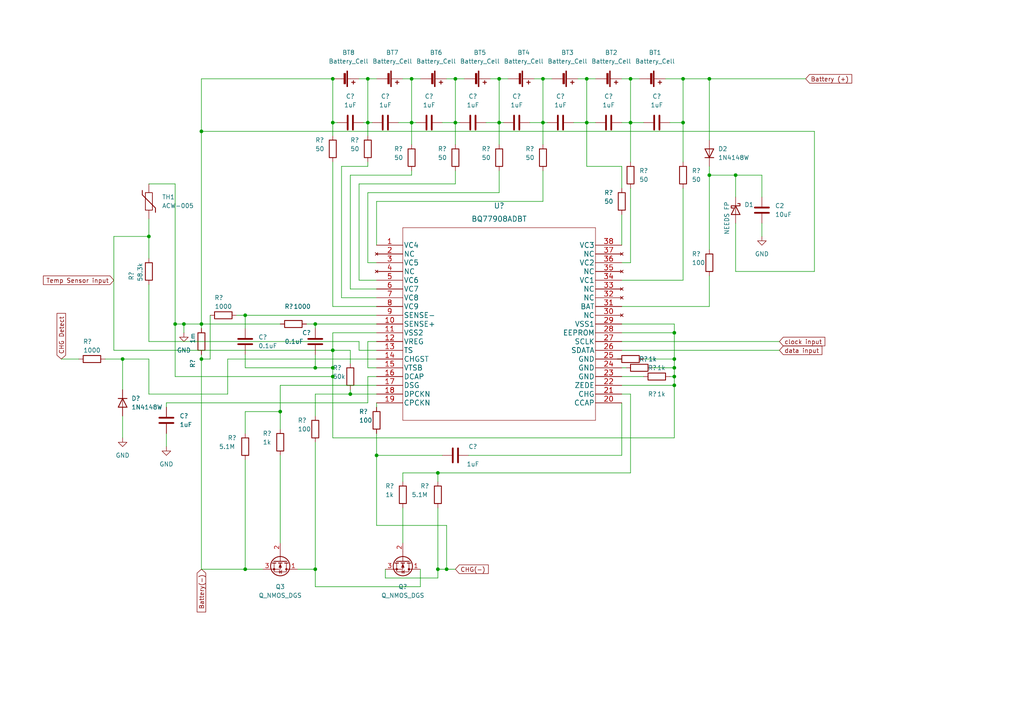
<source format=kicad_sch>
(kicad_sch (version 20211123) (generator eeschema)
  (paper "A4")
  (lib_symbols
    (symbol "Custom Symbols:BQ77908ADBT" (pin_names (offset 0.254))
      (property "Reference" "U" (at 10.16 7.62 0))
      (property "Value" "BQ77908ADBT" (at 55.88 -53.34 0))
      (symbol "BQ77908ADBT_1_1"
        (polyline (pts (xy 7.62 -50.8) (xy 63.5 -50.8)) (stroke (width 0.127)))
        (polyline (pts (xy 7.62 5.08) (xy 7.62 -50.8)) (stroke (width 0.127)))
        (polyline (pts (xy 63.5 -50.8) (xy 63.5 5.08)) (stroke (width 0.127)))
        (polyline (pts (xy 63.5 5.08) (xy 7.62 5.08)) (stroke (width 0.127)))
        (pin input line (at 0 0 0) (length 7.62) (name "VC4") (number "1"))
        (pin input line (at 0 -22.86 0) (length 7.62) (name "SENSE+") (number "10"))
        (pin power_in line (at 0 -25.4 0) (length 7.62) (name "VSS2") (number "11"))
        (pin output line (at 0 -27.94 0) (length 7.62) (name "VREG") (number "12"))
        (pin input line (at 0 -30.48 0) (length 7.62) (name "TS") (number "13"))
        (pin input line (at 0 -33.02 0) (length 7.62) (name "CHGST") (number "14"))
        (pin power_in line (at 0 -35.56 0) (length 7.62) (name "VTSB") (number "15"))
        (pin unspecified line (at 0 -38.1 0) (length 7.62) (name "DCAP") (number "16"))
        (pin unspecified line (at 0 -40.64 0) (length 7.62) (name "DSG") (number "17"))
        (pin unspecified line (at 0 -43.18 0) (length 7.62) (name "DPCKN") (number "18"))
        (pin unspecified line (at 0 -45.72 0) (length 7.62) (name "CPCKN") (number "19"))
        (pin no_connect line (at 0 -2.54 0) (length 7.62) (name "NC") (number "2"))
        (pin unspecified line (at 71.12 -45.72 180) (length 7.62) (name "CCAP") (number "20"))
        (pin unspecified line (at 71.12 -43.18 180) (length 7.62) (name "CHG") (number "21"))
        (pin unspecified line (at 71.12 -40.64 180) (length 7.62) (name "ZEDE") (number "22"))
        (pin power_in line (at 71.12 -38.1 180) (length 7.62) (name "GND") (number "23"))
        (pin power_in line (at 71.12 -35.56 180) (length 7.62) (name "GND") (number "24"))
        (pin power_in line (at 71.12 -33.02 180) (length 7.62) (name "GND") (number "25"))
        (pin bidirectional line (at 71.12 -30.48 180) (length 7.62) (name "SDATA") (number "26"))
        (pin input line (at 71.12 -27.94 180) (length 7.62) (name "SCLK") (number "27"))
        (pin input line (at 71.12 -25.4 180) (length 7.62) (name "EEPROM") (number "28"))
        (pin power_in line (at 71.12 -22.86 180) (length 7.62) (name "VSS1") (number "29"))
        (pin input line (at 0 -5.08 0) (length 7.62) (name "VC5") (number "3"))
        (pin no_connect line (at 71.12 -20.32 180) (length 7.62) (name "NC") (number "30"))
        (pin power_in line (at 71.12 -17.78 180) (length 7.62) (name "BAT") (number "31"))
        (pin no_connect line (at 71.12 -15.24 180) (length 7.62) (name "NC") (number "32"))
        (pin no_connect line (at 71.12 -12.7 180) (length 7.62) (name "NC") (number "33"))
        (pin input line (at 71.12 -10.16 180) (length 7.62) (name "VC1") (number "34"))
        (pin no_connect line (at 71.12 -7.62 180) (length 7.62) (name "NC") (number "35"))
        (pin input line (at 71.12 -5.08 180) (length 7.62) (name "VC2") (number "36"))
        (pin no_connect line (at 71.12 -2.54 180) (length 7.62) (name "NC") (number "37"))
        (pin input line (at 71.12 0 180) (length 7.62) (name "VC3") (number "38"))
        (pin no_connect line (at 0 -7.62 0) (length 7.62) (name "NC") (number "4"))
        (pin input line (at 0 -10.16 0) (length 7.62) (name "VC6") (number "5"))
        (pin input line (at 0 -12.7 0) (length 7.62) (name "VC7") (number "6"))
        (pin input line (at 0 -15.24 0) (length 7.62) (name "VC8") (number "7"))
        (pin input line (at 0 -17.78 0) (length 7.62) (name "VC9") (number "8"))
        (pin input line (at 0 -20.32 0) (length 7.62) (name "SENSE-") (number "9"))
      )
    )
    (symbol "Device:Battery_Cell" (pin_numbers hide) (pin_names (offset 0) hide)
      (property "Reference" "BT" (at 2.54 2.54 0))
      (property "Value" "Battery_Cell" (at 2.54 0 0))
      (symbol "Battery_Cell_0_1"
        (rectangle (start -2.286 1.778) (end 2.286 1.524) (fill (type outline)))
        (rectangle (start -1.5748 1.1938) (end 1.4732 0.6858) (fill (type outline)))
        (polyline (pts (xy 0 0.762) (xy 0 0)))
        (polyline (pts (xy 0 1.778) (xy 0 2.54)))
        (polyline (pts (xy 0.508 3.429) (xy 1.524 3.429)) (stroke (width 0.254)))
        (polyline (pts (xy 1.016 3.937) (xy 1.016 2.921)) (stroke (width 0.254)))
      )
      (symbol "Battery_Cell_1_1"
        (pin passive line (at 0 5.08 270) (length 2.54) (name "+") (number "1"))
        (pin passive line (at 0 -2.54 90) (length 2.54) (name "-") (number "2"))
      )
    )
    (symbol "Device:C" (pin_numbers hide) (pin_names (offset 0.254))
      (property "Reference" "C" (at 0.635 2.54 0))
      (property "Value" "C" (at 0.635 -2.54 0))
      (symbol "C_0_1"
        (polyline (pts (xy -2.032 -0.762) (xy 2.032 -0.762)) (stroke (width 0.508)))
        (polyline (pts (xy -2.032 0.762) (xy 2.032 0.762)) (stroke (width 0.508)))
      )
      (symbol "C_1_1"
        (pin passive line (at 0 3.81 270) (length 2.794) (name "~") (number "1"))
        (pin passive line (at 0 -3.81 90) (length 2.794) (name "~") (number "2"))
      )
    )
    (symbol "Device:Q_NMOS_DGS" (pin_names (offset 0) hide)
      (property "Reference" "Q" (at 5.08 1.27 0))
      (property "Value" "Q_NMOS_DGS" (at 5.08 -1.27 0))
      (symbol "Q_NMOS_DGS_0_1"
        (polyline (pts (xy 0.254 0) (xy -2.54 0)))
        (polyline (pts (xy 0.254 1.905) (xy 0.254 -1.905)) (stroke (width 0.254)))
        (polyline (pts (xy 0.762 -1.27) (xy 0.762 -2.286)) (stroke (width 0.254)))
        (polyline (pts (xy 0.762 0.508) (xy 0.762 -0.508)) (stroke (width 0.254)))
        (polyline (pts (xy 0.762 2.286) (xy 0.762 1.27)) (stroke (width 0.254)))
        (polyline (pts (xy 2.54 2.54) (xy 2.54 1.778)))
        (polyline (pts (xy 2.54 -2.54) (xy 2.54 0) (xy 0.762 0)))
        (polyline (pts (xy 0.762 -1.778) (xy 3.302 -1.778) (xy 3.302 1.778) (xy 0.762 1.778)))
        (polyline (pts (xy 1.016 0) (xy 2.032 0.381) (xy 2.032 -0.381) (xy 1.016 0)) (fill (type outline)))
        (polyline (pts (xy 2.794 0.508) (xy 2.921 0.381) (xy 3.683 0.381) (xy 3.81 0.254)))
        (polyline (pts (xy 3.302 0.381) (xy 2.921 -0.254) (xy 3.683 -0.254) (xy 3.302 0.381)))
        (circle (center 1.651 0) (radius 2.794) (stroke (width 0.254)))
        (circle (center 2.54 -1.778) (radius 0.254) (fill (type outline)))
        (circle (center 2.54 1.778) (radius 0.254) (fill (type outline)))
      )
      (symbol "Q_NMOS_DGS_1_1"
        (pin passive line (at 2.54 5.08 270) (length 2.54) (name "D") (number "1"))
        (pin input line (at -5.08 0 0) (length 2.54) (name "G") (number "2"))
        (pin passive line (at 2.54 -5.08 90) (length 2.54) (name "S") (number "3"))
      )
    )
    (symbol "Device:R" (pin_numbers hide) (pin_names (offset 0))
      (property "Reference" "R" (at 2.032 0 90))
      (property "Value" "R" (at 0 0 90))
      (symbol "R_0_1"
        (rectangle (start -1.016 -2.54) (end 1.016 2.54) (stroke (width 0.254)))
      )
      (symbol "R_1_1"
        (pin passive line (at 0 3.81 270) (length 1.27) (name "~") (number "1"))
        (pin passive line (at 0 -3.81 90) (length 1.27) (name "~") (number "2"))
      )
    )
    (symbol "Device:Thermistor" (pin_numbers hide) (pin_names (offset 0))
      (property "Reference" "TH" (at 2.54 1.27 90))
      (property "Value" "Thermistor" (at -2.54 0 90))
      (symbol "Thermistor_0_1"
        (rectangle (start -1.016 2.54) (end 1.016 -2.54) (stroke (width 0.2032)))
        (polyline (pts (xy -1.905 3.175) (xy -1.905 1.905) (xy 1.905 -1.905) (xy 1.905 -3.175) (xy 1.905 -3.175)) (stroke (width 0.254)))
      )
      (symbol "Thermistor_1_1"
        (pin passive line (at 0 5.08 270) (length 2.54) (name "~") (number "1"))
        (pin passive line (at 0 -5.08 90) (length 2.54) (name "~") (number "2"))
      )
    )
    (symbol "Diode:1N4148W" (pin_numbers hide) (pin_names hide)
      (property "Reference" "D" (at 0 2.54 0))
      (property "Value" "1N4148W" (at 0 -2.54 0))
      (symbol "1N4148W_0_1"
        (polyline (pts (xy -1.27 1.27) (xy -1.27 -1.27)) (stroke (width 0.254)))
        (polyline (pts (xy 1.27 0) (xy -1.27 0)))
        (polyline (pts (xy 1.27 1.27) (xy 1.27 -1.27) (xy -1.27 0) (xy 1.27 1.27)) (stroke (width 0.254)))
      )
      (symbol "1N4148W_1_1"
        (pin passive line (at -3.81 0 0) (length 2.54) (name "K") (number "1"))
        (pin passive line (at 3.81 0 180) (length 2.54) (name "A") (number "2"))
      )
    )
    (symbol "Diode:1N5711" (pin_numbers hide) (pin_names (offset 1.016) hide)
      (property "Reference" "D" (at 0 2.54 0))
      (property "Value" "1N5711" (at 0 -2.54 0))
      (symbol "1N5711_0_1"
        (polyline (pts (xy 1.27 0) (xy -1.27 0)))
        (polyline (pts (xy 1.27 1.27) (xy 1.27 -1.27) (xy -1.27 0) (xy 1.27 1.27)) (stroke (width 0.254)))
        (polyline (pts (xy -1.905 0.635) (xy -1.905 1.27) (xy -1.27 1.27) (xy -1.27 -1.27) (xy -0.635 -1.27) (xy -0.635 -0.635)) (stroke (width 0.254)))
      )
      (symbol "1N5711_1_1"
        (pin passive line (at -3.81 0 0) (length 2.54) (name "K") (number "1"))
        (pin passive line (at 3.81 0 180) (length 2.54) (name "A") (number "2"))
      )
    )
    (symbol "power:GND" (power) (pin_names (offset 0))
      (property "Value" "GND" (at 0 -3.81 0))
      (symbol "GND_0_1"
        (polyline (pts (xy 0 0) (xy 0 -1.27) (xy 1.27 -1.27) (xy 0 -2.54) (xy -1.27 -1.27) (xy 0 -1.27)))
      )
      (symbol "GND_1_1"
        (pin power_in line (at 0 0 270) (length 0) hide (name "GND") (number "1"))
      )
    )
  )
  (junction (at 96.52 106.68))
  (junction (at 129.54 165.1))
  (junction (at 198.12 22.86))
  (junction (at 106.68 22.86))
  (junction (at 109.22 132.08))
  (junction (at 81.28 119.38))
  (junction (at 144.78 22.86))
  (junction (at 127 165.1))
  (junction (at 195.58 96.52))
  (junction (at 96.52 22.86))
  (junction (at 71.12 165.1))
  (junction (at 195.58 104.14))
  (junction (at 213.36 50.8))
  (junction (at 119.38 22.86))
  (junction (at 132.08 22.86))
  (junction (at 106.68 35.56))
  (junction (at 53.34 93.98))
  (junction (at 91.44 106.68))
  (junction (at 132.08 35.56))
  (junction (at 91.44 165.1))
  (junction (at 195.58 109.22))
  (junction (at 101.6 114.3))
  (junction (at 96.52 101.6))
  (junction (at 157.48 22.86))
  (junction (at 170.18 35.56))
  (junction (at 58.42 104.14))
  (junction (at 205.74 22.86))
  (junction (at 182.88 22.86))
  (junction (at 195.58 106.68))
  (junction (at 127 137.16))
  (junction (at 198.12 35.56))
  (junction (at 96.52 35.56))
  (junction (at 195.58 111.76))
  (junction (at 58.42 38.1))
  (junction (at 182.88 35.56))
  (junction (at 43.18 68.58))
  (junction (at 58.42 93.98))
  (junction (at 35.56 104.14))
  (junction (at 91.44 93.98))
  (junction (at 71.12 91.44))
  (junction (at 50.8 93.98))
  (junction (at 119.38 35.56))
  (junction (at 205.74 50.8))
  (junction (at 170.18 22.86))
  (junction (at 157.48 35.56))
  (junction (at 96.52 109.22))
  (junction (at 144.78 35.56))
  (wire (pts (xy 182.88 35.56) (xy 186.69 35.56)))
  (wire (pts (xy 71.12 91.44) (xy 71.12 95.25)))
  (wire (pts (xy 121.92 165.1) (xy 121.92 170.18)))
  (wire (pts (xy 71.12 119.38) (xy 71.12 125.73)))
  (wire (pts (xy 53.34 93.98) (xy 50.8 93.98)))
  (wire (pts (xy 99.06 86.36) (xy 99.06 48.26)))
  (wire (pts (xy 43.18 53.34) (xy 50.8 53.34)))
  (wire (pts (xy 91.44 114.3) (xy 91.44 120.65)))
  (wire (pts (xy 71.12 102.87) (xy 71.12 106.68)))
  (wire (pts (xy 101.6 113.03) (xy 101.6 114.3)))
  (wire (pts (xy 106.68 109.22) (xy 106.68 116.84)))
  (wire (pts (xy 170.18 35.56) (xy 170.18 22.86)))
  (wire (pts (xy 96.52 101.6) (xy 96.52 106.68)))
  (wire (pts (xy 180.34 71.12) (xy 180.34 62.23)))
  (wire (pts (xy 106.68 39.37) (xy 106.68 35.56)))
  (wire (pts (xy 109.22 132.08) (xy 109.22 152.4)))
  (wire (pts (xy 106.68 76.2) (xy 106.68 55.88)))
  (wire (pts (xy 43.18 82.55) (xy 43.18 99.06)))
  (wire (pts (xy 127 137.16) (xy 127 139.7)))
  (wire (pts (xy 182.88 35.56) (xy 182.88 22.86)))
  (wire (pts (xy 109.22 71.12) (xy 109.22 58.42)))
  (wire (pts (xy 213.36 78.74) (xy 236.22 78.74)))
  (wire (pts (xy 180.34 35.56) (xy 182.88 35.56)))
  (wire (pts (xy 198.12 81.28) (xy 180.34 81.28)))
  (wire (pts (xy 17.78 104.14) (xy 22.86 104.14)))
  (wire (pts (xy 106.68 48.26) (xy 106.68 46.99)))
  (wire (pts (xy 109.22 96.52) (xy 96.52 96.52)))
  (wire (pts (xy 105.41 35.56) (xy 106.68 35.56)))
  (wire (pts (xy 96.52 35.56) (xy 97.79 35.56)))
  (wire (pts (xy 144.78 55.88) (xy 144.78 49.53)))
  (wire (pts (xy 180.34 116.84) (xy 180.34 132.08)))
  (wire (pts (xy 195.58 111.76) (xy 195.58 109.22)))
  (wire (pts (xy 127 137.16) (xy 116.84 137.16)))
  (wire (pts (xy 109.22 99.06) (xy 106.68 99.06)))
  (wire (pts (xy 194.31 35.56) (xy 198.12 35.56)))
  (wire (pts (xy 166.37 35.56) (xy 170.18 35.56)))
  (wire (pts (xy 195.58 109.22) (xy 195.58 106.68)))
  (wire (pts (xy 157.48 58.42) (xy 157.48 49.53)))
  (wire (pts (xy 33.02 68.58) (xy 33.02 101.6)))
  (wire (pts (xy 106.68 55.88) (xy 144.78 55.88)))
  (wire (pts (xy 205.74 22.86) (xy 205.74 40.64)))
  (wire (pts (xy 135.89 132.08) (xy 180.34 132.08)))
  (wire (pts (xy 180.34 93.98) (xy 195.58 93.98)))
  (wire (pts (xy 128.27 35.56) (xy 132.08 35.56)))
  (wire (pts (xy 81.28 119.38) (xy 71.12 119.38)))
  (wire (pts (xy 236.22 78.74) (xy 236.22 38.1)))
  (wire (pts (xy 48.26 116.84) (xy 48.26 118.11)))
  (wire (pts (xy 144.78 35.56) (xy 146.05 35.56)))
  (wire (pts (xy 157.48 22.86) (xy 160.02 22.86)))
  (wire (pts (xy 127 167.64) (xy 127 165.1)))
  (wire (pts (xy 58.42 165.1) (xy 71.12 165.1)))
  (wire (pts (xy 182.88 22.86) (xy 185.42 22.86)))
  (wire (pts (xy 58.42 93.98) (xy 58.42 95.25)))
  (wire (pts (xy 104.14 22.86) (xy 106.68 22.86)))
  (wire (pts (xy 106.68 106.68) (xy 109.22 106.68)))
  (wire (pts (xy 71.12 91.44) (xy 109.22 91.44)))
  (wire (pts (xy 96.52 88.9) (xy 96.52 46.99)))
  (wire (pts (xy 58.42 102.87) (xy 58.42 104.14)))
  (wire (pts (xy 195.58 93.98) (xy 195.58 96.52)))
  (wire (pts (xy 132.08 22.86) (xy 134.62 22.86)))
  (wire (pts (xy 86.36 165.1) (xy 91.44 165.1)))
  (wire (pts (xy 50.8 53.34) (xy 50.8 93.98)))
  (wire (pts (xy 180.34 99.06) (xy 226.06 99.06)))
  (wire (pts (xy 144.78 35.56) (xy 144.78 22.86)))
  (wire (pts (xy 104.14 99.06) (xy 43.18 99.06)))
  (wire (pts (xy 132.08 53.34) (xy 132.08 49.53)))
  (wire (pts (xy 58.42 104.14) (xy 58.42 165.1)))
  (wire (pts (xy 96.52 106.68) (xy 91.44 106.68)))
  (wire (pts (xy 30.48 104.14) (xy 35.56 104.14)))
  (wire (pts (xy 58.42 22.86) (xy 58.42 38.1)))
  (wire (pts (xy 170.18 22.86) (xy 172.72 22.86)))
  (wire (pts (xy 182.88 114.3) (xy 182.88 137.16)))
  (wire (pts (xy 158.75 35.56) (xy 157.48 35.56)))
  (wire (pts (xy 116.84 22.86) (xy 119.38 22.86)))
  (wire (pts (xy 129.54 165.1) (xy 132.08 165.1)))
  (wire (pts (xy 101.6 101.6) (xy 101.6 105.41)))
  (wire (pts (xy 236.22 38.1) (xy 58.42 38.1)))
  (wire (pts (xy 96.52 35.56) (xy 96.52 22.86)))
  (wire (pts (xy 101.6 83.82) (xy 101.6 50.8)))
  (wire (pts (xy 180.34 48.26) (xy 170.18 48.26)))
  (wire (pts (xy 106.68 22.86) (xy 109.22 22.86)))
  (wire (pts (xy 96.52 96.52) (xy 96.52 101.6)))
  (wire (pts (xy 180.34 54.61) (xy 180.34 48.26)))
  (wire (pts (xy 132.08 35.56) (xy 132.08 22.86)))
  (wire (pts (xy 109.22 152.4) (xy 129.54 152.4)))
  (wire (pts (xy 109.22 111.76) (xy 81.28 111.76)))
  (wire (pts (xy 182.88 76.2) (xy 182.88 54.61)))
  (wire (pts (xy 35.56 104.14) (xy 35.56 113.03)))
  (wire (pts (xy 198.12 54.61) (xy 198.12 81.28)))
  (wire (pts (xy 198.12 22.86) (xy 198.12 35.56)))
  (wire (pts (xy 129.54 152.4) (xy 129.54 165.1)))
  (wire (pts (xy 109.22 76.2) (xy 106.68 76.2)))
  (wire (pts (xy 111.76 165.1) (xy 111.76 167.64)))
  (wire (pts (xy 96.52 101.6) (xy 33.02 101.6)))
  (wire (pts (xy 48.26 125.73) (xy 48.26 129.54)))
  (wire (pts (xy 180.34 76.2) (xy 182.88 76.2)))
  (wire (pts (xy 109.22 83.82) (xy 101.6 83.82)))
  (wire (pts (xy 189.23 106.68) (xy 195.58 106.68)))
  (wire (pts (xy 99.06 48.26) (xy 106.68 48.26)))
  (wire (pts (xy 50.8 109.22) (xy 96.52 109.22)))
  (wire (pts (xy 180.34 109.22) (xy 186.69 109.22)))
  (wire (pts (xy 213.36 50.8) (xy 220.98 50.8)))
  (wire (pts (xy 60.96 91.44) (xy 60.96 104.14)))
  (wire (pts (xy 58.42 104.14) (xy 60.96 104.14)))
  (wire (pts (xy 213.36 64.77) (xy 213.36 78.74)))
  (wire (pts (xy 205.74 22.86) (xy 233.68 22.86)))
  (wire (pts (xy 195.58 127) (xy 195.58 111.76)))
  (wire (pts (xy 220.98 50.8) (xy 220.98 57.15)))
  (wire (pts (xy 186.69 104.14) (xy 195.58 104.14)))
  (wire (pts (xy 109.22 86.36) (xy 99.06 86.36)))
  (wire (pts (xy 111.76 167.64) (xy 127 167.64)))
  (wire (pts (xy 50.8 93.98) (xy 50.8 109.22)))
  (wire (pts (xy 66.04 114.3) (xy 43.18 114.3)))
  (wire (pts (xy 81.28 119.38) (xy 81.28 124.46)))
  (wire (pts (xy 88.9 93.98) (xy 91.44 93.98)))
  (wire (pts (xy 205.74 50.8) (xy 205.74 72.39)))
  (wire (pts (xy 205.74 50.8) (xy 213.36 50.8)))
  (wire (pts (xy 101.6 114.3) (xy 109.22 114.3)))
  (wire (pts (xy 180.34 104.14) (xy 179.07 104.14)))
  (wire (pts (xy 96.52 127) (xy 195.58 127)))
  (wire (pts (xy 109.22 81.28) (xy 104.14 81.28)))
  (wire (pts (xy 127 165.1) (xy 129.54 165.1)))
  (wire (pts (xy 109.22 88.9) (xy 96.52 88.9)))
  (wire (pts (xy 213.36 50.8) (xy 213.36 57.15)))
  (wire (pts (xy 104.14 101.6) (xy 104.14 99.06)))
  (wire (pts (xy 81.28 111.76) (xy 81.28 119.38)))
  (wire (pts (xy 194.31 109.22) (xy 195.58 109.22)))
  (wire (pts (xy 91.44 106.68) (xy 71.12 106.68)))
  (wire (pts (xy 157.48 35.56) (xy 157.48 22.86)))
  (wire (pts (xy 198.12 22.86) (xy 193.04 22.86)))
  (wire (pts (xy 96.52 106.68) (xy 96.52 109.22)))
  (wire (pts (xy 101.6 50.8) (xy 119.38 50.8)))
  (wire (pts (xy 205.74 48.26) (xy 205.74 50.8)))
  (wire (pts (xy 91.44 165.1) (xy 91.44 170.18)))
  (wire (pts (xy 195.58 96.52) (xy 195.58 104.14)))
  (wire (pts (xy 43.18 104.14) (xy 35.56 104.14)))
  (wire (pts (xy 109.22 101.6) (xy 104.14 101.6)))
  (wire (pts (xy 106.68 116.84) (xy 48.26 116.84)))
  (wire (pts (xy 81.28 132.08) (xy 81.28 157.48)))
  (wire (pts (xy 127 147.32) (xy 127 165.1)))
  (wire (pts (xy 198.12 35.56) (xy 198.12 46.99)))
  (wire (pts (xy 58.42 93.98) (xy 81.28 93.98)))
  (wire (pts (xy 91.44 93.98) (xy 109.22 93.98)))
  (wire (pts (xy 96.52 109.22) (xy 96.52 127)))
  (wire (pts (xy 180.34 101.6) (xy 226.06 101.6)))
  (wire (pts (xy 205.74 80.01) (xy 205.74 88.9)))
  (wire (pts (xy 58.42 93.98) (xy 53.34 93.98)))
  (wire (pts (xy 153.67 35.56) (xy 157.48 35.56)))
  (wire (pts (xy 180.34 96.52) (xy 195.58 96.52)))
  (wire (pts (xy 43.18 63.5) (xy 43.18 68.58)))
  (wire (pts (xy 119.38 35.56) (xy 119.38 41.91)))
  (wire (pts (xy 182.88 137.16) (xy 127 137.16)))
  (wire (pts (xy 116.84 147.32) (xy 116.84 157.48)))
  (wire (pts (xy 167.64 22.86) (xy 170.18 22.86)))
  (wire (pts (xy 119.38 22.86) (xy 121.92 22.86)))
  (wire (pts (xy 119.38 49.53) (xy 119.38 50.8)))
  (wire (pts (xy 142.24 22.86) (xy 144.78 22.86)))
  (wire (pts (xy 91.44 95.25) (xy 91.44 93.98)))
  (wire (pts (xy 170.18 48.26) (xy 170.18 35.56)))
  (wire (pts (xy 195.58 104.14) (xy 195.58 106.68)))
  (wire (pts (xy 205.74 22.86) (xy 198.12 22.86)))
  (wire (pts (xy 170.18 35.56) (xy 172.72 35.56)))
  (wire (pts (xy 119.38 22.86) (xy 119.38 35.56)))
  (wire (pts (xy 119.38 35.56) (xy 120.65 35.56)))
  (wire (pts (xy 109.22 58.42) (xy 157.48 58.42)))
  (wire (pts (xy 43.18 114.3) (xy 43.18 104.14)))
  (wire (pts (xy 96.52 101.6) (xy 101.6 101.6)))
  (wire (pts (xy 104.14 53.34) (xy 132.08 53.34)))
  (wire (pts (xy 180.34 111.76) (xy 195.58 111.76)))
  (wire (pts (xy 109.22 116.84) (xy 109.22 118.11)))
  (wire (pts (xy 144.78 22.86) (xy 147.32 22.86)))
  (wire (pts (xy 109.22 125.73) (xy 109.22 132.08)))
  (wire (pts (xy 68.58 91.44) (xy 71.12 91.44)))
  (wire (pts (xy 220.98 64.77) (xy 220.98 68.58)))
  (wire (pts (xy 106.68 35.56) (xy 107.95 35.56)))
  (wire (pts (xy 182.88 46.99) (xy 182.88 35.56)))
  (wire (pts (xy 115.57 35.56) (xy 119.38 35.56)))
  (wire (pts (xy 180.34 106.68) (xy 181.61 106.68)))
  (wire (pts (xy 132.08 35.56) (xy 133.35 35.56)))
  (wire (pts (xy 157.48 41.91) (xy 157.48 35.56)))
  (wire (pts (xy 180.34 88.9) (xy 205.74 88.9)))
  (wire (pts (xy 96.52 39.37) (xy 96.52 35.56)))
  (wire (pts (xy 109.22 109.22) (xy 106.68 109.22)))
  (wire (pts (xy 121.92 170.18) (xy 91.44 170.18)))
  (wire (pts (xy 58.42 38.1) (xy 58.42 93.98)))
  (wire (pts (xy 66.04 104.14) (xy 66.04 114.3)))
  (wire (pts (xy 154.94 22.86) (xy 157.48 22.86)))
  (wire (pts (xy 71.12 133.35) (xy 71.12 165.1)))
  (wire (pts (xy 109.22 132.08) (xy 128.27 132.08)))
  (wire (pts (xy 109.22 104.14) (xy 66.04 104.14)))
  (wire (pts (xy 58.42 22.86) (xy 96.52 22.86)))
  (wire (pts (xy 129.54 22.86) (xy 132.08 22.86)))
  (wire (pts (xy 140.97 35.56) (xy 144.78 35.56)))
  (wire (pts (xy 33.02 68.58) (xy 43.18 68.58)))
  (wire (pts (xy 132.08 41.91) (xy 132.08 35.56)))
  (wire (pts (xy 101.6 114.3) (xy 91.44 114.3)))
  (wire (pts (xy 104.14 81.28) (xy 104.14 53.34)))
  (wire (pts (xy 106.68 99.06) (xy 106.68 106.68)))
  (wire (pts (xy 71.12 165.1) (xy 76.2 165.1)))
  (wire (pts (xy 43.18 68.58) (xy 43.18 74.93)))
  (wire (pts (xy 180.34 22.86) (xy 182.88 22.86)))
  (wire (pts (xy 144.78 41.91) (xy 144.78 35.56)))
  (wire (pts (xy 180.34 114.3) (xy 182.88 114.3)))
  (wire (pts (xy 53.34 93.98) (xy 53.34 96.52)))
  (wire (pts (xy 35.56 120.65) (xy 35.56 127)))
  (wire (pts (xy 116.84 137.16) (xy 116.84 139.7)))
  (wire (pts (xy 106.68 35.56) (xy 106.68 22.86)))
  (wire (pts (xy 91.44 128.27) (xy 91.44 165.1)))
  (wire (pts (xy 91.44 102.87) (xy 91.44 106.68)))
  (global_label "Temp Sensor input" (shape input) (at 33.02 81.28 180) (property "Intersheet References" "${INTERSHEET_REFS}" (effects hide)))
  (global_label "data input" (shape input) (at 226.06 101.6 0) (property "Intersheet References" "${INTERSHEET_REFS}" (effects hide)))
  (global_label "clock input" (shape input) (at 226.06 99.06 0) (property "Intersheet References" "${INTERSHEET_REFS}" (effects hide)))
  (global_label "CHG Detect" (shape input) (at 17.78 104.14 90) (property "Intersheet References" "${INTERSHEET_REFS}" (effects hide)))
  (global_label "CHG(-)" (shape input) (at 132.08 165.1 0) (property "Intersheet References" "${INTERSHEET_REFS}" (effects hide)))
  (global_label "Battery(-)" (shape input) (at 58.42 165.1 270) (property "Intersheet References" "${INTERSHEET_REFS}" (effects hide)))
  (global_label "Battery (+)" (shape input) (at 233.68 22.86 0) (property "Intersheet References" "${INTERSHEET_REFS}" (effects hide)))
  (symbol (lib_id "Device:R") (at 101.6 109.22 0) (unit 1)
    (property "Reference" "R?" (at 96.52 106.68 0) (effects (justify left)))
    (property "Value" "50k" (at 96.52 109.22 0) (effects (justify left)))
  )
  (symbol (lib_id "Device:R") (at 116.84 143.51 0) (unit 1)
    (property "Reference" "R?" (at 111.76 140.97 0) (effects (justify left)))
    (property "Value" "1k" (at 111.76 143.51 0) (effects (justify left)))
  )
  (symbol (lib_id "Device:R") (at 205.74 76.2 0) (unit 1)
    (property "Reference" "R?" (at 200.66 73.66 0) (effects (justify left)))
    (property "Value" "100" (at 200.66 76.2 0) (effects (justify left)))
  )
  (symbol (lib_id "Device:C") (at 132.08 132.08 270) (unit 1)
    (property "Reference" "C?" (at 137.16 129.54 90))
    (property "Value" "1uF" (at 137.16 134.62 90))
  )
  (symbol (lib_id "Device:Battery_Cell") (at 137.16 22.86 270) (unit 1)
    (property "Reference" "BT5" (at 139.192 15.24 90))
    (property "Value" "Battery_Cell" (at 139.192 17.78 90))
  )
  (symbol (lib_id "Device:Battery_Cell") (at 149.86 22.86 270) (unit 1)
    (property "Reference" "BT4" (at 151.892 15.24 90))
    (property "Value" "Battery_Cell" (at 151.892 17.78 90))
  )
  (symbol (lib_id "power:GND") (at 220.98 68.58 0) (unit 1)
    (property "Reference" "#PWR?" (effects hide))
    (property "Value" "GND" (at 220.98 73.66 0))
  )
  (symbol (lib_id "Device:C") (at 149.86 35.56 90) (unit 1)
    (property "Reference" "C?" (at 149.86 27.94 90))
    (property "Value" "1uF" (at 149.86 30.48 90))
  )
  (symbol (lib_id "Device:Battery_Cell") (at 162.56 22.86 270) (unit 1)
    (property "Reference" "BT3" (at 164.592 15.24 90))
    (property "Value" "Battery_Cell" (at 164.592 17.78 90))
  )
  (symbol (lib_id "Device:R") (at 157.48 45.72 0) (unit 1)
    (property "Reference" "R?" (at 152.4 43.18 0) (effects (justify left)))
    (property "Value" "50" (at 152.4 45.72 0) (effects (justify left)))
  )
  (symbol (lib_id "Device:R") (at 106.68 43.18 0) (unit 1)
    (property "Reference" "R?" (at 101.6 40.64 0) (effects (justify left)))
    (property "Value" "50" (at 101.6 43.18 0) (effects (justify left)))
  )
  (symbol (lib_id "Device:Thermistor") (at 43.18 58.42 0) (unit 1)
    (property "Reference" "TH1" (at 46.99 57.1499 0) (effects (justify left)))
    (property "Value" "ACW-005" (at 46.99 59.6899 0) (effects (justify left)))
  )
  (symbol (lib_id "Device:R") (at 26.67 104.14 90) (unit 1)
    (property "Reference" "R?" (at 26.67 99.06 90) (effects (justify left)))
    (property "Value" "1000" (at 29.21 101.6 90) (effects (justify left)))
  )
  (symbol (lib_id "Device:R") (at 180.34 58.42 0) (unit 1)
    (property "Reference" "R?" (at 175.26 55.88 0) (effects (justify left)))
    (property "Value" "50" (at 175.26 58.42 0) (effects (justify left)))
  )
  (symbol (lib_id "Device:Battery_Cell") (at 111.76 22.86 270) (unit 1)
    (property "Reference" "BT7" (at 113.792 15.24 90))
    (property "Value" "Battery_Cell" (at 113.792 17.78 90))
  )
  (symbol (lib_id "Device:R") (at 64.77 91.44 90) (unit 1)
    (property "Reference" "R?" (at 64.77 86.36 90) (effects (justify left)))
    (property "Value" "1000" (at 67.31 88.9 90) (effects (justify left)))
  )
  (symbol (lib_id "power:GND") (at 35.56 127 0) (unit 1)
    (property "Reference" "#PWR?" (effects hide))
    (property "Value" "GND" (at 35.56 132.08 0))
  )
  (symbol (lib_id "Diode:1N4148W") (at 35.56 116.84 270) (unit 1)
    (property "Reference" "D?" (at 38.1 115.5699 90) (effects (justify left)))
    (property "Value" "1N4148W" (at 38.1 118.1099 90) (effects (justify left)))
    (property "Footprint" "Diode_SMD:D_SOD-123" (effects hide))
    (property "Datasheet" "https://www.vishay.com/docs/85748/1n4148w.pdf" (effects hide))
  )
  (symbol (lib_id "Device:C") (at 162.56 35.56 90) (unit 1)
    (property "Reference" "C?" (at 162.56 27.94 90))
    (property "Value" "1uF" (at 162.56 30.48 90))
  )
  (symbol (lib_id "power:GND") (at 53.34 96.52 0) (unit 1)
    (property "Reference" "#PWR?" (effects hide))
    (property "Value" "GND" (at 53.34 101.6 0))
  )
  (symbol (lib_id "Device:Battery_Cell") (at 175.26 22.86 270) (unit 1)
    (property "Reference" "BT2" (at 177.292 15.24 90))
    (property "Value" "Battery_Cell" (at 177.292 17.78 90))
  )
  (symbol (lib_id "Device:R") (at 144.78 45.72 0) (unit 1)
    (property "Reference" "R?" (at 139.7 43.18 0) (effects (justify left)))
    (property "Value" "50" (at 139.7 45.72 0) (effects (justify left)))
  )
  (symbol (lib_id "Device:Battery_Cell") (at 99.06 22.86 270) (unit 1)
    (property "Reference" "BT8" (at 101.092 15.24 90))
    (property "Value" "Battery_Cell" (at 101.092 17.78 90))
  )
  (symbol (lib_id "Device:R") (at 132.08 45.72 0) (unit 1)
    (property "Reference" "R?" (at 127 43.18 0) (effects (justify left)))
    (property "Value" "50" (at 127 45.72 0) (effects (justify left)))
  )
  (symbol (lib_id "power:GND") (at 48.26 129.54 0) (unit 1)
    (property "Reference" "#PWR?" (effects hide))
    (property "Value" "GND" (at 48.26 134.62 0))
  )
  (symbol (lib_id "Device:R") (at 182.88 50.8 0) (unit 1)
    (property "Reference" "R?" (at 185.42 49.5299 0) (effects (justify left)))
    (property "Value" "50" (at 185.42 52.0699 0) (effects (justify left)))
  )
  (symbol (lib_id "Device:Battery_Cell") (at 124.46 22.86 270) (unit 1)
    (property "Reference" "BT6" (at 126.492 15.24 90))
    (property "Value" "Battery_Cell" (at 126.492 17.78 90))
  )
  (symbol (lib_id "Device:C") (at 101.6 35.56 90) (unit 1)
    (property "Reference" "C?" (at 101.6 27.94 90))
    (property "Value" "1uF" (at 101.6 30.48 90))
  )
  (symbol (lib_id "Device:Q_NMOS_DGS") (at 81.28 162.56 270) (unit 1)
    (property "Reference" "Q3" (at 81.28 170.18 90))
    (property "Value" "Q_NMOS_DGS" (at 81.28 172.72 90))
  )
  (symbol (lib_id "Device:R") (at 81.28 128.27 0) (unit 1)
    (property "Reference" "R?" (at 76.2 125.73 0) (effects (justify left)))
    (property "Value" "1k" (at 76.2 128.27 0) (effects (justify left)))
  )
  (symbol (lib_id "Device:C") (at 91.44 99.06 180) (unit 1)
    (property "Reference" "C?" (at 87.63 96.52 0) (effects (justify right)))
    (property "Value" "0.1uF" (at 82.55 99.06 0) (effects (justify right)))
  )
  (symbol (lib_id "Device:C") (at 48.26 121.92 180) (unit 1)
    (property "Reference" "C?" (at 52.07 120.6499 0) (effects (justify right)))
    (property "Value" "1uF" (at 52.07 123.1899 0) (effects (justify right)))
  )
  (symbol (lib_id "Device:R") (at 109.22 121.92 0) (unit 1)
    (property "Reference" "R?" (at 104.14 119.38 0) (effects (justify left)))
    (property "Value" "100" (at 104.14 121.92 0) (effects (justify left)))
  )
  (symbol (lib_id "Device:R") (at 127 143.51 0) (unit 1)
    (property "Reference" "R?" (at 121.92 140.97 0) (effects (justify left)))
    (property "Value" "5.1M" (at 119.38 143.51 0) (effects (justify left)))
  )
  (symbol (lib_id "Device:R") (at 198.12 50.8 0) (unit 1)
    (property "Reference" "R?" (at 200.66 49.5299 0) (effects (justify left)))
    (property "Value" "50" (at 200.66 52.0699 0) (effects (justify left)))
  )
  (symbol (lib_id "Custom Symbols:BQ77908ADBT") (at 109.22 71.12 0) (unit 1)
    (property "Reference" "U?" (at 144.78 59.69 0) (effects (font (size 1.524 1.524))))
    (property "Value" "BQ77908ADBT" (at 144.78 63.5 0) (effects (font (size 1.524 1.524))))
    (property "Footprint" "Global Libraries:SOP50P640X120-38N" (effects hide))
  )
  (symbol (lib_id "Device:R") (at 85.09 93.98 90) (unit 1)
    (property "Reference" "R?" (at 85.09 88.9 90) (effects (justify left)))
    (property "Value" "1000" (at 90.17 88.9 90) (effects (justify left)))
  )
  (symbol (lib_id "Device:C") (at 190.5 35.56 90) (unit 1)
    (property "Reference" "C?" (at 190.5 27.94 90))
    (property "Value" "1uF" (at 190.5 30.48 90))
  )
  (symbol (lib_id "Device:Q_NMOS_DGS") (at 116.84 162.56 270) (unit 1)
    (property "Reference" "Q?" (at 116.84 170.18 90))
    (property "Value" "Q_NMOS_DGS" (at 116.84 172.72 90))
  )
  (symbol (lib_id "Device:R") (at 91.44 124.46 0) (unit 1)
    (property "Reference" "R?" (at 86.36 121.92 0) (effects (justify left)))
    (property "Value" "100" (at 86.36 124.46 0) (effects (justify left)))
  )
  (symbol (lib_id "Device:R") (at 71.12 129.54 0) (unit 1)
    (property "Reference" "R?" (at 66.04 127 0) (effects (justify left)))
    (property "Value" "5.1M" (at 63.5 129.54 0) (effects (justify left)))
  )
  (symbol (lib_id "Device:R") (at 190.5 109.22 90) (unit 1)
    (property "Reference" "R?" (at 190.5 114.3 90) (effects (justify left)))
    (property "Value" "1k" (at 193.04 114.3 90) (effects (justify left)))
  )
  (symbol (lib_id "Diode:1N4148W") (at 205.74 44.45 90) (unit 1)
    (property "Reference" "D2" (at 208.28 43.1799 90) (effects (justify right)))
    (property "Value" "1N4148W" (at 208.28 45.7199 90) (effects (justify right)))
    (property "Footprint" "Diode_SMD:D_SOD-123" (effects hide))
    (property "Datasheet" "https://www.vishay.com/docs/85748/1n4148w.pdf" (effects hide))
  )
  (symbol (lib_id "Device:C") (at 176.53 35.56 90) (unit 1)
    (property "Reference" "C?" (at 176.53 27.94 90))
    (property "Value" "1uF" (at 176.53 30.48 90))
  )
  (symbol (lib_id "Device:C") (at 111.76 35.56 90) (unit 1)
    (property "Reference" "C?" (at 111.76 27.94 90))
    (property "Value" "1uF" (at 111.76 30.48 90))
  )
  (symbol (lib_id "Device:R") (at 43.18 78.74 180) (unit 1)
    (property "Reference" "R?" (at 38.1 78.74 90) (effects (justify left)))
    (property "Value" "58.3k" (at 40.64 76.2 90) (effects (justify left)))
  )
  (symbol (lib_id "Device:R") (at 58.42 99.06 180) (unit 1)
    (property "Reference" "R?" (at 55.88 104.14 90) (effects (justify left)))
    (property "Value" "1m" (at 55.88 96.52 90) (effects (justify left)))
  )
  (symbol (lib_id "Diode:1N5711") (at 213.36 60.96 270) (unit 1)
    (property "Reference" "D1" (at 215.9 59.3724 90) (effects (justify left)))
    (property "Value" "NEEDS FP" (at 210.82 58.42 0) (effects (justify left)))
    (property "Footprint" "Diode_THT:D_DO-35_SOD27_P7.62mm_Horizontal" (effects hide))
    (property "Datasheet" "https://www.microsemi.com/document-portal/doc_download/8865-lds-0040-datasheet" (effects hide))
  )
  (symbol (lib_id "Device:C") (at 124.46 35.56 90) (unit 1)
    (property "Reference" "C?" (at 124.46 27.94 90))
    (property "Value" "1uF" (at 124.46 30.48 90))
  )
  (symbol (lib_id "Device:R") (at 182.88 104.14 90) (unit 1)
    (property "Reference" "R?" (at 187.96 104.14 90) (effects (justify left)))
    (property "Value" "1k" (at 190.5 104.14 90) (effects (justify left)))
  )
  (symbol (lib_id "Device:R") (at 96.52 43.18 0) (unit 1)
    (property "Reference" "R?" (at 91.44 40.64 0) (effects (justify left)))
    (property "Value" "50" (at 91.44 43.18 0) (effects (justify left)))
  )
  (symbol (lib_id "Device:R") (at 185.42 106.68 90) (unit 1)
    (property "Reference" "R?" (at 190.5 106.68 90) (effects (justify left)))
    (property "Value" "1k" (at 193.04 106.68 90) (effects (justify left)))
  )
  (symbol (lib_id "Device:R") (at 119.38 45.72 0) (unit 1)
    (property "Reference" "R?" (at 114.3 43.18 0) (effects (justify left)))
    (property "Value" "50" (at 114.3 45.72 0) (effects (justify left)))
  )
  (symbol (lib_id "Device:C") (at 137.16 35.56 90) (unit 1)
    (property "Reference" "C?" (at 137.16 27.94 90))
    (property "Value" "1uF" (at 137.16 30.48 90))
  )
  (symbol (lib_id "Device:C") (at 220.98 60.96 0) (unit 1)
    (property "Reference" "C2" (at 224.79 59.6899 0) (effects (justify left)))
    (property "Value" "10uF" (at 224.79 62.2299 0) (effects (justify left)))
  )
  (symbol (lib_id "Device:Battery_Cell") (at 187.96 22.86 270) (unit 1)
    (property "Reference" "BT1" (at 189.992 15.24 90))
    (property "Value" "Battery_Cell" (at 189.992 17.78 90))
  )
  (symbol (lib_id "Device:C") (at 71.12 99.06 180) (unit 1)
    (property "Reference" "C?" (at 74.93 97.7899 0) (effects (justify right)))
    (property "Value" "0.1uF" (at 74.93 100.3299 0) (effects (justify right)))
  )
)
</source>
